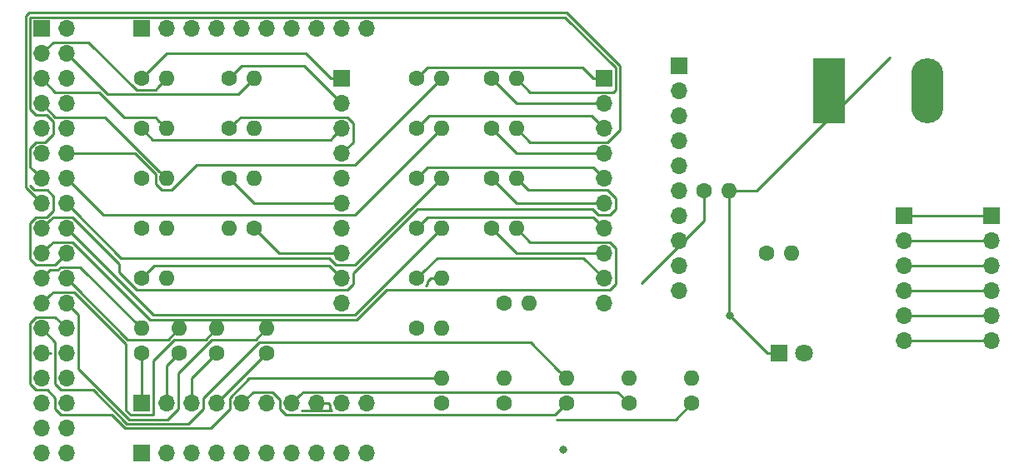
<source format=gbr>
G04 #@! TF.GenerationSoftware,KiCad,Pcbnew,(5.1.2-1)-1*
G04 #@! TF.CreationDate,2019-07-02T18:11:31+10:00*
G04 #@! TF.ProjectId,pcb_combined,7063625f-636f-46d6-9269-6e65642e6b69,rev?*
G04 #@! TF.SameCoordinates,Original*
G04 #@! TF.FileFunction,Copper,L1,Top*
G04 #@! TF.FilePolarity,Positive*
%FSLAX46Y46*%
G04 Gerber Fmt 4.6, Leading zero omitted, Abs format (unit mm)*
G04 Created by KiCad (PCBNEW (5.1.2-1)-1) date 2019-07-02 18:11:31*
%MOMM*%
%LPD*%
G04 APERTURE LIST*
%ADD10O,1.700000X1.700000*%
%ADD11R,1.700000X1.700000*%
%ADD12O,3.300000X6.600000*%
%ADD13R,3.300000X6.600000*%
%ADD14O,1.600000X1.600000*%
%ADD15C,1.600000*%
%ADD16C,1.800000*%
%ADD17R,1.800000X1.800000*%
%ADD18C,0.800000*%
%ADD19C,0.250000*%
G04 APERTURE END LIST*
D10*
X96520000Y-74930000D03*
X96520000Y-72390000D03*
X96520000Y-69850000D03*
X96520000Y-67310000D03*
X96520000Y-64770000D03*
X96520000Y-62230000D03*
X96520000Y-59690000D03*
X96520000Y-57150000D03*
X96520000Y-54610000D03*
D11*
X96520000Y-52070000D03*
D12*
X121760000Y-54610000D03*
D13*
X111760000Y-54610000D03*
D10*
X128270000Y-80010000D03*
X128270000Y-77470000D03*
X128270000Y-74930000D03*
X128270000Y-72390000D03*
X128270000Y-69850000D03*
D11*
X128270000Y-67310000D03*
D10*
X119380000Y-80010000D03*
X119380000Y-77470000D03*
X119380000Y-74930000D03*
X119380000Y-72390000D03*
X119380000Y-69850000D03*
D11*
X119380000Y-67310000D03*
D14*
X107950000Y-71120000D03*
D15*
X105410000Y-71120000D03*
D14*
X97790000Y-83820000D03*
D15*
X97790000Y-86360000D03*
D14*
X91440000Y-83820000D03*
D15*
X91440000Y-86360000D03*
D14*
X85090000Y-83820000D03*
D15*
X85090000Y-86360000D03*
D14*
X49530000Y-78740000D03*
D15*
X49530000Y-81280000D03*
D14*
X41910000Y-78740000D03*
D15*
X41910000Y-81280000D03*
D14*
X81280000Y-76200000D03*
D15*
X78740000Y-76200000D03*
D14*
X72390000Y-73660000D03*
D15*
X69850000Y-73660000D03*
D14*
X101600000Y-64770000D03*
D15*
X99060000Y-64770000D03*
D14*
X78740000Y-83820000D03*
D15*
X78740000Y-86360000D03*
D14*
X72390000Y-83820000D03*
D15*
X72390000Y-86360000D03*
D14*
X54610000Y-78740000D03*
D15*
X54610000Y-81280000D03*
D14*
X45720000Y-78740000D03*
D15*
X45720000Y-81280000D03*
D14*
X80010000Y-68580000D03*
D15*
X77470000Y-68580000D03*
D14*
X72390000Y-68580000D03*
D15*
X69850000Y-68580000D03*
D14*
X80010000Y-63500000D03*
D15*
X77470000Y-63500000D03*
D14*
X72390000Y-63500000D03*
D15*
X69850000Y-63500000D03*
D14*
X80010000Y-58420000D03*
D15*
X77470000Y-58420000D03*
D14*
X72390000Y-58420000D03*
D15*
X69850000Y-58420000D03*
D14*
X80010000Y-53340000D03*
D15*
X77470000Y-53340000D03*
D14*
X72390000Y-53340000D03*
D15*
X69850000Y-53340000D03*
D14*
X72390000Y-78740000D03*
D15*
X69850000Y-78740000D03*
D14*
X44450000Y-73660000D03*
D15*
X41910000Y-73660000D03*
D14*
X50800000Y-68580000D03*
D15*
X53340000Y-68580000D03*
D14*
X44450000Y-68580000D03*
D15*
X41910000Y-68580000D03*
D14*
X53340000Y-63500000D03*
D15*
X50800000Y-63500000D03*
D14*
X44450000Y-63500000D03*
D15*
X41910000Y-63500000D03*
D14*
X53340000Y-58420000D03*
D15*
X50800000Y-58420000D03*
D14*
X44450000Y-58420000D03*
D15*
X41910000Y-58420000D03*
D14*
X53340000Y-53340000D03*
D15*
X50800000Y-53340000D03*
D14*
X44450000Y-53340000D03*
D15*
X41910000Y-53340000D03*
D10*
X64770000Y-48260000D03*
X62230000Y-48260000D03*
X59690000Y-48260000D03*
X57150000Y-48260000D03*
X54610000Y-48260000D03*
X52070000Y-48260000D03*
X49530000Y-48260000D03*
X46990000Y-48260000D03*
X44450000Y-48260000D03*
D11*
X41910000Y-48260000D03*
D10*
X64770000Y-91440000D03*
X62230000Y-91440000D03*
X59690000Y-91440000D03*
X57150000Y-91440000D03*
X54610000Y-91440000D03*
X52070000Y-91440000D03*
X49530000Y-91440000D03*
X46990000Y-91440000D03*
X44450000Y-91440000D03*
D11*
X41910000Y-91440000D03*
D10*
X64770000Y-86360000D03*
X62230000Y-86360000D03*
X59690000Y-86360000D03*
X57150000Y-86360000D03*
X54610000Y-86360000D03*
X52070000Y-86360000D03*
X49530000Y-86360000D03*
X46990000Y-86360000D03*
X44450000Y-86360000D03*
D11*
X41910000Y-86360000D03*
D10*
X88900000Y-76200000D03*
X88900000Y-73660000D03*
X88900000Y-71120000D03*
X88900000Y-68580000D03*
X88900000Y-66040000D03*
X88900000Y-63500000D03*
X88900000Y-60960000D03*
X88900000Y-58420000D03*
X88900000Y-55880000D03*
D11*
X88900000Y-53340000D03*
D10*
X34290000Y-91440000D03*
X31750000Y-91440000D03*
X34290000Y-88900000D03*
X31750000Y-88900000D03*
X34290000Y-86360000D03*
X31750000Y-86360000D03*
X34290000Y-83820000D03*
X31750000Y-83820000D03*
X34290000Y-81280000D03*
X31750000Y-81280000D03*
X34290000Y-78740000D03*
X31750000Y-78740000D03*
X34290000Y-76200000D03*
X31750000Y-76200000D03*
X34290000Y-73660000D03*
X31750000Y-73660000D03*
X34290000Y-71120000D03*
X31750000Y-71120000D03*
X34290000Y-68580000D03*
X31750000Y-68580000D03*
X34290000Y-66040000D03*
X31750000Y-66040000D03*
X34290000Y-63500000D03*
X31750000Y-63500000D03*
X34290000Y-60960000D03*
X31750000Y-60960000D03*
X34290000Y-58420000D03*
X31750000Y-58420000D03*
X34290000Y-55880000D03*
X31750000Y-55880000D03*
X34290000Y-53340000D03*
X31750000Y-53340000D03*
X34290000Y-50800000D03*
X31750000Y-50800000D03*
X34290000Y-48260000D03*
D11*
X31750000Y-48260000D03*
D10*
X62230000Y-76200000D03*
X62230000Y-73660000D03*
X62230000Y-71120000D03*
X62230000Y-68580000D03*
X62230000Y-66040000D03*
X62230000Y-63500000D03*
X62230000Y-60960000D03*
X62230000Y-58420000D03*
X62230000Y-55880000D03*
D11*
X62230000Y-53340000D03*
D16*
X109220000Y-81280000D03*
D17*
X106680000Y-81280000D03*
D18*
X101660000Y-77410000D03*
X101660000Y-77410000D03*
X84747500Y-91097500D03*
D19*
X102731370Y-64770000D02*
X101600000Y-64770000D01*
X104360000Y-64770000D02*
X102731370Y-64770000D01*
X117950000Y-51180000D02*
X104360000Y-64770000D01*
X121760000Y-54610000D02*
X121760000Y-56260000D01*
X101600000Y-77350000D02*
X101660000Y-77410000D01*
X105530000Y-81280000D02*
X106680000Y-81280000D01*
X101600000Y-64770000D02*
X101600000Y-77350000D01*
X101660000Y-77410000D02*
X101660000Y-77410000D01*
X101660000Y-77410000D02*
X105530000Y-81280000D01*
X42709999Y-72860001D02*
X41910000Y-73660000D01*
X43180000Y-72390000D02*
X42709999Y-72860001D01*
X60960000Y-72390000D02*
X43180000Y-72390000D01*
X62230000Y-73660000D02*
X60960000Y-72390000D01*
X55880000Y-71120000D02*
X53340000Y-68580000D01*
X62230000Y-71120000D02*
X55880000Y-71120000D01*
X53340000Y-66040000D02*
X50800000Y-63500000D01*
X62230000Y-66040000D02*
X53340000Y-66040000D01*
X51599999Y-57620001D02*
X50800000Y-58420000D01*
X51975001Y-57244999D02*
X51599999Y-57620001D01*
X62794001Y-57244999D02*
X51975001Y-57244999D01*
X63405001Y-57855999D02*
X62794001Y-57244999D01*
X63405001Y-59784999D02*
X63405001Y-57855999D01*
X62230000Y-60960000D02*
X63405001Y-59784999D01*
X61380001Y-59269999D02*
X62230000Y-58420000D01*
X61104999Y-59545001D02*
X61380001Y-59269999D01*
X43035001Y-59545001D02*
X61104999Y-59545001D01*
X41910000Y-58420000D02*
X43035001Y-59545001D01*
X58420000Y-52070000D02*
X61380001Y-55030001D01*
X61380001Y-55030001D02*
X62230000Y-55880000D01*
X52070000Y-52070000D02*
X58420000Y-52070000D01*
X50800000Y-53340000D02*
X52070000Y-52070000D01*
X58590000Y-50800000D02*
X61130000Y-53340000D01*
X61130000Y-53340000D02*
X62230000Y-53340000D01*
X44450000Y-50800000D02*
X58590000Y-50800000D01*
X41910000Y-53340000D02*
X44450000Y-50800000D01*
X61054999Y-86924001D02*
X61215989Y-87084991D01*
X61054999Y-86522918D02*
X61054999Y-86924001D01*
X60892081Y-86360000D02*
X61054999Y-86522918D01*
X61215989Y-87084991D02*
X58164011Y-87084991D01*
X59690000Y-86360000D02*
X60892081Y-86360000D01*
X31750000Y-81280000D02*
X32664989Y-81280000D01*
X52870998Y-83820000D02*
X71258630Y-83820000D01*
X50894999Y-85795999D02*
X52870998Y-83820000D01*
X50894999Y-86924001D02*
X50894999Y-85795999D01*
X48933970Y-88885030D02*
X50894999Y-86924001D01*
X40240798Y-88885030D02*
X48933970Y-88885030D01*
X38890769Y-87535001D02*
X40240798Y-88885030D01*
X33725999Y-87535001D02*
X38890769Y-87535001D01*
X33114999Y-86924001D02*
X33725999Y-87535001D01*
X33114999Y-85795999D02*
X33114999Y-86924001D01*
X32314001Y-84995001D02*
X33114999Y-85795999D01*
X30574999Y-78175999D02*
X30574999Y-84384001D01*
X71258630Y-83820000D02*
X72390000Y-83820000D01*
X31185999Y-77564999D02*
X30574999Y-78175999D01*
X33114999Y-77564999D02*
X31185999Y-77564999D01*
X31185999Y-84995001D02*
X32314001Y-84995001D01*
X30574999Y-84384001D02*
X31185999Y-84995001D01*
X34290000Y-78740000D02*
X33114999Y-77564999D01*
X81424999Y-80154999D02*
X84290001Y-83020001D01*
X53831411Y-80154999D02*
X81424999Y-80154999D01*
X48165001Y-85821409D02*
X53831411Y-80154999D01*
X48165001Y-86924001D02*
X48165001Y-85821409D01*
X46653982Y-88435020D02*
X48165001Y-86924001D01*
X36987179Y-84995001D02*
X40427198Y-88435020D01*
X40427198Y-88435020D02*
X46653982Y-88435020D01*
X33725999Y-84995001D02*
X36987179Y-84995001D01*
X33114999Y-84384001D02*
X33725999Y-84995001D01*
X33114999Y-80104999D02*
X33114999Y-84384001D01*
X84290001Y-83020001D02*
X85090000Y-83820000D01*
X31750000Y-78740000D02*
X33114999Y-80104999D01*
X45625001Y-86924001D02*
X44563992Y-87985010D01*
X35139999Y-77049999D02*
X34290000Y-76200000D01*
X35465001Y-77375001D02*
X35139999Y-77049999D01*
X35465001Y-82836413D02*
X35465001Y-77375001D01*
X40613598Y-87985010D02*
X35465001Y-82836413D01*
X45625001Y-83281409D02*
X45625001Y-86924001D01*
X53484999Y-79865001D02*
X49041409Y-79865001D01*
X44563992Y-87985010D02*
X40613598Y-87985010D01*
X49041409Y-79865001D02*
X45625001Y-83281409D01*
X54610000Y-78740000D02*
X53484999Y-79865001D01*
X32599999Y-75350001D02*
X31750000Y-76200000D01*
X32925001Y-75024999D02*
X32599999Y-75350001D01*
X35018589Y-75024999D02*
X32925001Y-75024999D01*
X40308600Y-80315010D02*
X35018589Y-75024999D01*
X40308600Y-87043602D02*
X40308600Y-80315010D01*
X40799999Y-87535001D02*
X40308600Y-87043602D01*
X43020001Y-87535001D02*
X40799999Y-87535001D01*
X43085001Y-87470001D02*
X43020001Y-87535001D01*
X43085001Y-82011409D02*
X43085001Y-87470001D01*
X48404999Y-79865001D02*
X45231409Y-79865001D01*
X45231409Y-79865001D02*
X43085001Y-82011409D01*
X49530000Y-78740000D02*
X48404999Y-79865001D01*
X35139999Y-74509999D02*
X34290000Y-73660000D01*
X44594999Y-79865001D02*
X40495001Y-79865001D01*
X40495001Y-79865001D02*
X35139999Y-74509999D01*
X45720000Y-78740000D02*
X44594999Y-79865001D01*
X33400997Y-72810001D02*
X32599999Y-72810001D01*
X33725999Y-72484999D02*
X33400997Y-72810001D01*
X35654999Y-72484999D02*
X33725999Y-72484999D01*
X32599999Y-72810001D02*
X31750000Y-73660000D01*
X41910000Y-78740000D02*
X35654999Y-72484999D01*
X70975001Y-74200001D02*
X70790011Y-74384991D01*
X70975001Y-73943629D02*
X70975001Y-74200001D01*
X71258630Y-73660000D02*
X70975001Y-73943629D01*
X72390000Y-73660000D02*
X71258630Y-73660000D01*
X31021411Y-64675001D02*
X30574999Y-64228589D01*
X32314001Y-64675001D02*
X31021411Y-64675001D01*
X32925001Y-65286001D02*
X32314001Y-64675001D01*
X32925001Y-66768589D02*
X32925001Y-65286001D01*
X34290000Y-71120000D02*
X33114999Y-72295001D01*
X30574999Y-71684001D02*
X30574999Y-68015999D01*
X32288591Y-67404999D02*
X32925001Y-66768589D01*
X31185999Y-67404999D02*
X32288591Y-67404999D01*
X30574999Y-68015999D02*
X31185999Y-67404999D01*
X31185999Y-72295001D02*
X30574999Y-71684001D01*
X33114999Y-72295001D02*
X31185999Y-72295001D01*
X32599999Y-70270001D02*
X31750000Y-71120000D01*
X32925001Y-69944999D02*
X32599999Y-70270001D01*
X34854001Y-69944999D02*
X32925001Y-69944999D01*
X42734013Y-77825011D02*
X34854001Y-69944999D01*
X63781399Y-77825011D02*
X42734013Y-77825011D01*
X66771409Y-74835001D02*
X63781399Y-77825011D01*
X90075001Y-74224001D02*
X89464001Y-74835001D01*
X89464001Y-74835001D02*
X66771409Y-74835001D01*
X90075001Y-70555999D02*
X90075001Y-74224001D01*
X89464001Y-69944999D02*
X90075001Y-70555999D01*
X81374999Y-69944999D02*
X89464001Y-69944999D01*
X80010000Y-68580000D02*
X81374999Y-69944999D01*
X35139999Y-69429999D02*
X34290000Y-68580000D01*
X63594999Y-77375001D02*
X43085001Y-77375001D01*
X43085001Y-77375001D02*
X35139999Y-69429999D01*
X72390000Y-68580000D02*
X63594999Y-77375001D01*
X32599999Y-67730001D02*
X31750000Y-68580000D01*
X34854001Y-67404999D02*
X32925001Y-67404999D01*
X39633608Y-73048610D02*
X39633608Y-72184606D01*
X41419999Y-74835001D02*
X39633608Y-73048610D01*
X62794001Y-74835001D02*
X41419999Y-74835001D01*
X69922409Y-66604001D02*
X63405001Y-73121409D01*
X87724999Y-66604001D02*
X69922409Y-66604001D01*
X39633608Y-72184606D02*
X34854001Y-67404999D01*
X63405001Y-73121409D02*
X63405001Y-74224001D01*
X89464001Y-67215001D02*
X88335999Y-67215001D01*
X88335999Y-67215001D02*
X87724999Y-66604001D01*
X90075001Y-66604001D02*
X89464001Y-67215001D01*
X90075001Y-65475999D02*
X90075001Y-66604001D01*
X89274003Y-64675001D02*
X90075001Y-65475999D01*
X63405001Y-74224001D02*
X62794001Y-74835001D01*
X81185001Y-64675001D02*
X89274003Y-64675001D01*
X32925001Y-67404999D02*
X32599999Y-67730001D01*
X80010000Y-63500000D02*
X81185001Y-64675001D01*
X35139999Y-66889999D02*
X34290000Y-66040000D01*
X39820009Y-71570009D02*
X35139999Y-66889999D01*
X60941007Y-71570009D02*
X39820009Y-71570009D01*
X61665999Y-72295001D02*
X60941007Y-71570009D01*
X63594999Y-72295001D02*
X61665999Y-72295001D01*
X72390000Y-63500000D02*
X63594999Y-72295001D01*
X30900001Y-65190001D02*
X31750000Y-66040000D01*
X30124989Y-46963599D02*
X30124989Y-64414989D01*
X85116401Y-46634989D02*
X30453598Y-46634990D01*
X90525010Y-52043598D02*
X85116401Y-46634989D01*
X90525010Y-58533992D02*
X90525010Y-52043598D01*
X89274003Y-59784999D02*
X90525010Y-58533992D01*
X30124989Y-64414989D02*
X30900001Y-65190001D01*
X30453598Y-46634990D02*
X30124989Y-46963599D01*
X81374999Y-59784999D02*
X89274003Y-59784999D01*
X80010000Y-58420000D02*
X81374999Y-59784999D01*
X35139999Y-64349999D02*
X34290000Y-63500000D01*
X63594999Y-67215001D02*
X38005001Y-67215001D01*
X38005001Y-67215001D02*
X35139999Y-64349999D01*
X72390000Y-58420000D02*
X63594999Y-67215001D01*
X30900001Y-62650001D02*
X31750000Y-63500000D01*
X30574999Y-62324999D02*
X30900001Y-62650001D01*
X31185999Y-59784999D02*
X30574999Y-60395999D01*
X32124003Y-59784999D02*
X31185999Y-59784999D01*
X32288591Y-57055001D02*
X32925001Y-57691411D01*
X32925001Y-57691411D02*
X32925001Y-58984001D01*
X31185999Y-57055001D02*
X32288591Y-57055001D01*
X30639999Y-47084999D02*
X30574999Y-47149999D01*
X30574999Y-60395999D02*
X30574999Y-62324999D01*
X84930001Y-47084999D02*
X30639999Y-47084999D01*
X30574999Y-56444001D02*
X31185999Y-57055001D01*
X30574999Y-47149999D02*
X30574999Y-56444001D01*
X90075001Y-52229999D02*
X84930001Y-47084999D01*
X32925001Y-58984001D02*
X32124003Y-59784999D01*
X90075001Y-54450001D02*
X90075001Y-52229999D01*
X89820003Y-54704999D02*
X90075001Y-54450001D01*
X81374999Y-54704999D02*
X89820003Y-54704999D01*
X80010000Y-53340000D02*
X81374999Y-54704999D01*
X43324999Y-63011409D02*
X41273590Y-60960000D01*
X35492081Y-60960000D02*
X34290000Y-60960000D01*
X41273590Y-60960000D02*
X35492081Y-60960000D01*
X43324999Y-64040001D02*
X43324999Y-63011409D01*
X43909999Y-64625001D02*
X43324999Y-64040001D01*
X44990001Y-64625001D02*
X43909999Y-64625001D01*
X47480001Y-62135001D02*
X44990001Y-64625001D01*
X63594999Y-62135001D02*
X47480001Y-62135001D01*
X72390000Y-53340000D02*
X63594999Y-62135001D01*
X43650001Y-62700001D02*
X44450000Y-63500000D01*
X33114999Y-57244999D02*
X38194999Y-57244999D01*
X38194999Y-57244999D02*
X43650001Y-62700001D01*
X31750000Y-55880000D02*
X33114999Y-57244999D01*
X43650001Y-57620001D02*
X44450000Y-58420000D01*
X43324999Y-57294999D02*
X43650001Y-57620001D01*
X40148589Y-57294999D02*
X43324999Y-57294999D01*
X37558589Y-54704999D02*
X40148589Y-57294999D01*
X33114999Y-54704999D02*
X37558589Y-54704999D01*
X31750000Y-53340000D02*
X33114999Y-54704999D01*
X52540001Y-54139999D02*
X53340000Y-53340000D01*
X38405011Y-54915011D02*
X51764989Y-54915011D01*
X51764989Y-54915011D02*
X52540001Y-54139999D01*
X34290000Y-50800000D02*
X38405011Y-54915011D01*
X43650001Y-54139999D02*
X44450000Y-53340000D01*
X41369999Y-54465001D02*
X43324999Y-54465001D01*
X36529997Y-49624999D02*
X41369999Y-54465001D01*
X43324999Y-54465001D02*
X43650001Y-54139999D01*
X32925001Y-49624999D02*
X36529997Y-49624999D01*
X31750000Y-50800000D02*
X32925001Y-49624999D01*
X71939990Y-71570010D02*
X70649999Y-72860001D01*
X86810010Y-71570010D02*
X71939990Y-71570010D01*
X70649999Y-72860001D02*
X69850000Y-73660000D01*
X88900000Y-73660000D02*
X86810010Y-71570010D01*
X80010000Y-71120000D02*
X77470000Y-68580000D01*
X88900000Y-71120000D02*
X80010000Y-71120000D01*
X70649999Y-67780001D02*
X69850000Y-68580000D01*
X70975001Y-67454999D02*
X70649999Y-67780001D01*
X87774999Y-67454999D02*
X70975001Y-67454999D01*
X88900000Y-68580000D02*
X87774999Y-67454999D01*
X80010000Y-66040000D02*
X77470000Y-63500000D01*
X88900000Y-66040000D02*
X80010000Y-66040000D01*
X70649999Y-62700001D02*
X69850000Y-63500000D01*
X70975001Y-62374999D02*
X70649999Y-62700001D01*
X87774999Y-62374999D02*
X70975001Y-62374999D01*
X88900000Y-63500000D02*
X87774999Y-62374999D01*
X80010000Y-60960000D02*
X77470000Y-58420000D01*
X88900000Y-60960000D02*
X80010000Y-60960000D01*
X88050001Y-57570001D02*
X88900000Y-58420000D01*
X71120000Y-57150000D02*
X87630000Y-57150000D01*
X87630000Y-57150000D02*
X88050001Y-57570001D01*
X69850000Y-58420000D02*
X71120000Y-57150000D01*
X80010000Y-55880000D02*
X77470000Y-53340000D01*
X88900000Y-55880000D02*
X80010000Y-55880000D01*
X70649999Y-52540001D02*
X69850000Y-53340000D01*
X70975001Y-52214999D02*
X70649999Y-52540001D01*
X87800000Y-53340000D02*
X86674999Y-52214999D01*
X86674999Y-52214999D02*
X70975001Y-52214999D01*
X88900000Y-53340000D02*
X87800000Y-53340000D01*
X99060000Y-67779002D02*
X92710000Y-74129002D01*
X99060000Y-64770000D02*
X99060000Y-67779002D01*
X96164989Y-87985011D02*
X84101399Y-87985011D01*
X97790000Y-86360000D02*
X96164989Y-87985011D01*
X57999999Y-85510001D02*
X57150000Y-86360000D01*
X58325001Y-85184999D02*
X57999999Y-85510001D01*
X90264999Y-85184999D02*
X58325001Y-85184999D01*
X91440000Y-86360000D02*
X90264999Y-85184999D01*
X84290001Y-87159999D02*
X85090000Y-86360000D01*
X83914999Y-87535001D02*
X84290001Y-87159999D01*
X56585999Y-87535001D02*
X83914999Y-87535001D01*
X55974999Y-86924001D02*
X56585999Y-87535001D01*
X55974999Y-85985997D02*
X55974999Y-86924001D01*
X55174001Y-85184999D02*
X55974999Y-85985997D01*
X53245001Y-85184999D02*
X55174001Y-85184999D01*
X52070000Y-86360000D02*
X53245001Y-85184999D01*
X49530000Y-86360000D02*
X54610000Y-81280000D01*
X46990000Y-83820000D02*
X49530000Y-81280000D01*
X46990000Y-86360000D02*
X46990000Y-83820000D01*
X44450000Y-82550000D02*
X45720000Y-81280000D01*
X44450000Y-86360000D02*
X44450000Y-82550000D01*
X41910000Y-81280000D02*
X41910000Y-86360000D01*
X119380000Y-80010000D02*
X128270000Y-80010000D01*
X119380000Y-77470000D02*
X128270000Y-77470000D01*
X119380000Y-74930000D02*
X128270000Y-74930000D01*
X119380000Y-72390000D02*
X128270000Y-72390000D01*
X119380000Y-69850000D02*
X128270000Y-69850000D01*
X119380000Y-67310000D02*
X128270000Y-67310000D01*
M02*

</source>
